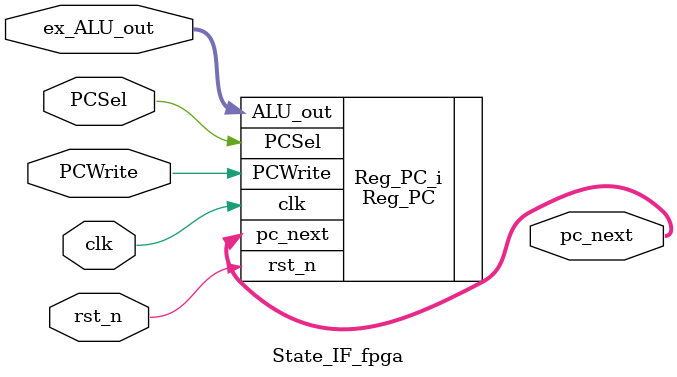
<source format=v>
module State_IF_fpga (
  input        clk         ,  // Clock
  input        rst_n       ,  // Asynchronous reset active low
  input [31:0] ex_ALU_out  ,
  input        PCWrite     ,
  input        PCSel       ,
  output[31:0] pc_next      
);
//=========================INSTANCE=========================//
  Reg_PC Reg_PC_i
  (
  .clk         (clk        ),
  .rst_n       (rst_n      ),
  .ALU_out     (ex_ALU_out ),
  .PCWrite     (PCWrite    ),
  .PCSel       (PCSel      ),
  .pc_next     (pc_next    ) 
  );
endmodule
</source>
